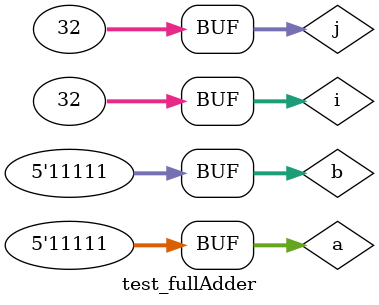
<source format=v>

module halfAdder (output s1, s0, input a, b); 
 
    // descrever por portas 
    xor  XOR1 ( s0, a, b ); 
    and AND1  ( s1, a, b ); 
 
endmodule // halfAdder

// ------------------------- 
//  full adder 
// ------------------------- 
module fullAdder ( output s1, s0, input a, b, carryIn ); 
    
    wire s, c0, c1;
    
    halfAdder HA1(c0, s, a, b);
    halfAdder HA2(c1, s0, s, carryIn);
    or OR1 (s1, c0, c1);
    //assign s0 = (c0 | c1);
 
endmodule // fullAdder 

module Adder (output s0, s1, s2, s3, s4,s5, input a0, a1, a2, a3,a4, b0, b1, b2, b3,b4);
    
    wire c0, c1, c2,c3;
    
    halfAdder HA1(c0, s0, a0, b0);
    fullAdder FA1(c1, s1, a1, b1, c0 ); 
    fullAdder FA2(c2, s2, a2, b2, c1 ); 
    fullAdder FA3(c3, s3, a3, b3, c2 ); 
    fullAdder FA4(s5, s4, a4, b4, c3 ); 
 
endmodule


module test_fullAdder; 
// ------------------------- definir dados       
    reg  [4:0] a;       
    reg  [4:0] b;              
    wire [5:0] s; 
    integer i, j;
 
   Adder A1(s[0], s[1], s[2], s[3], s[4],s[5],a[0], a[1], a[2], a[3],a[4], b[0], b[1], b[2], b[3],b[4]); 
 
// ------------------------- parte principal  
    initial begin        
        
      #1 a = 5'b00000; b = 10;
      
      $display("Exemplo0801 - Felipe Campolina Soares de Paula- 762732");     
      $display("Test ALU’s full adder"); 
      
      $display("a    + b    = s6   soma");
      
      $monitor("%b + %b = %b    %b%b%b%b%b",a, b,s[5],s[4], s[3], s[2], s[1], s[0]);
      
    

    for ( i = 0; i < 32; i = i + 1) begin
    for ( j = 0; j < 32; j = j + 1) begin
        #1 a=i; b=j;
    end
    end
   
 // projetar testes do somador completo 
    end 
 
endmodule // test_fullAdder 
</source>
